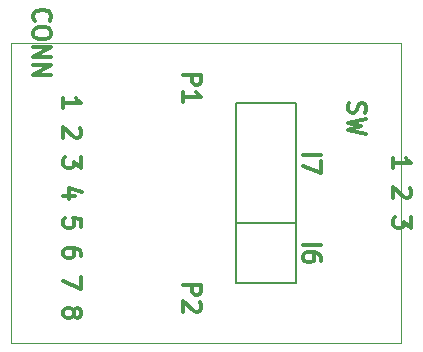
<source format=gbr>
G04 (created by PCBNEW (2013-07-07 BZR 4022)-stable) date 23/07/2014 11:50:33*
%MOIN*%
G04 Gerber Fmt 3.4, Leading zero omitted, Abs format*
%FSLAX34Y34*%
G01*
G70*
G90*
G04 APERTURE LIST*
%ADD10C,0.00590551*%
%ADD11C,0.00787402*%
%ADD12C,0.011811*%
%ADD13C,0.00393701*%
G04 APERTURE END LIST*
G54D10*
G54D11*
X52500Y-57000D02*
X52500Y-61000D01*
X50500Y-57000D02*
X52500Y-57000D01*
X50500Y-63000D02*
X50500Y-57000D01*
X50500Y-61000D02*
X50500Y-63000D01*
X52500Y-61000D02*
X50500Y-61000D01*
X52500Y-63000D02*
X52500Y-61000D01*
X50500Y-63000D02*
X52500Y-63000D01*
G54D12*
X52760Y-58718D02*
X53351Y-58718D01*
X53351Y-58943D02*
X53351Y-59337D01*
X52760Y-59084D01*
X52760Y-61718D02*
X53351Y-61718D01*
X53351Y-62253D02*
X53351Y-62140D01*
X53323Y-62084D01*
X53295Y-62056D01*
X53210Y-62000D01*
X53098Y-61971D01*
X52873Y-61971D01*
X52817Y-62000D01*
X52789Y-62028D01*
X52760Y-62084D01*
X52760Y-62196D01*
X52789Y-62253D01*
X52817Y-62281D01*
X52873Y-62309D01*
X53014Y-62309D01*
X53070Y-62281D01*
X53098Y-62253D01*
X53126Y-62196D01*
X53126Y-62084D01*
X53098Y-62028D01*
X53070Y-62000D01*
X53014Y-61971D01*
X45098Y-63943D02*
X45126Y-63887D01*
X45154Y-63859D01*
X45210Y-63831D01*
X45239Y-63831D01*
X45295Y-63859D01*
X45323Y-63887D01*
X45351Y-63943D01*
X45351Y-64056D01*
X45323Y-64112D01*
X45295Y-64140D01*
X45239Y-64168D01*
X45210Y-64168D01*
X45154Y-64140D01*
X45126Y-64112D01*
X45098Y-64056D01*
X45098Y-63943D01*
X45070Y-63887D01*
X45042Y-63859D01*
X44985Y-63831D01*
X44873Y-63831D01*
X44817Y-63859D01*
X44789Y-63887D01*
X44760Y-63943D01*
X44760Y-64056D01*
X44789Y-64112D01*
X44817Y-64140D01*
X44873Y-64168D01*
X44985Y-64168D01*
X45042Y-64140D01*
X45070Y-64112D01*
X45098Y-64056D01*
X45351Y-62803D02*
X45351Y-63196D01*
X44760Y-62943D01*
X45351Y-62112D02*
X45351Y-62000D01*
X45323Y-61943D01*
X45295Y-61915D01*
X45210Y-61859D01*
X45098Y-61831D01*
X44873Y-61831D01*
X44817Y-61859D01*
X44789Y-61887D01*
X44760Y-61943D01*
X44760Y-62056D01*
X44789Y-62112D01*
X44817Y-62140D01*
X44873Y-62168D01*
X45014Y-62168D01*
X45070Y-62140D01*
X45098Y-62112D01*
X45126Y-62056D01*
X45126Y-61943D01*
X45098Y-61887D01*
X45070Y-61859D01*
X45014Y-61831D01*
X45351Y-61140D02*
X45351Y-60859D01*
X45070Y-60831D01*
X45098Y-60859D01*
X45126Y-60915D01*
X45126Y-61056D01*
X45098Y-61112D01*
X45070Y-61140D01*
X45014Y-61168D01*
X44873Y-61168D01*
X44817Y-61140D01*
X44789Y-61112D01*
X44760Y-61056D01*
X44760Y-60915D01*
X44789Y-60859D01*
X44817Y-60831D01*
X45154Y-60112D02*
X44760Y-60112D01*
X45379Y-59971D02*
X44957Y-59831D01*
X44957Y-60196D01*
X45351Y-58803D02*
X45351Y-59168D01*
X45126Y-58971D01*
X45126Y-59056D01*
X45098Y-59112D01*
X45070Y-59140D01*
X45014Y-59168D01*
X44873Y-59168D01*
X44817Y-59140D01*
X44789Y-59112D01*
X44760Y-59056D01*
X44760Y-58887D01*
X44789Y-58831D01*
X44817Y-58803D01*
X45295Y-57831D02*
X45323Y-57859D01*
X45351Y-57915D01*
X45351Y-58056D01*
X45323Y-58112D01*
X45295Y-58140D01*
X45239Y-58168D01*
X45182Y-58168D01*
X45098Y-58140D01*
X44760Y-57803D01*
X44760Y-58168D01*
X44760Y-57168D02*
X44760Y-56831D01*
X44760Y-57000D02*
X45351Y-57000D01*
X45267Y-56943D01*
X45210Y-56887D01*
X45182Y-56831D01*
X43817Y-54254D02*
X43789Y-54226D01*
X43760Y-54142D01*
X43760Y-54086D01*
X43789Y-54001D01*
X43845Y-53945D01*
X43901Y-53917D01*
X44014Y-53889D01*
X44098Y-53889D01*
X44210Y-53917D01*
X44267Y-53945D01*
X44323Y-54001D01*
X44351Y-54086D01*
X44351Y-54142D01*
X44323Y-54226D01*
X44295Y-54254D01*
X44351Y-54620D02*
X44351Y-54732D01*
X44323Y-54789D01*
X44267Y-54845D01*
X44154Y-54873D01*
X43957Y-54873D01*
X43845Y-54845D01*
X43789Y-54789D01*
X43760Y-54732D01*
X43760Y-54620D01*
X43789Y-54564D01*
X43845Y-54507D01*
X43957Y-54479D01*
X44154Y-54479D01*
X44267Y-54507D01*
X44323Y-54564D01*
X44351Y-54620D01*
X43760Y-55126D02*
X44351Y-55126D01*
X43760Y-55464D01*
X44351Y-55464D01*
X43760Y-55745D02*
X44351Y-55745D01*
X43760Y-56082D01*
X44351Y-56082D01*
X56351Y-60803D02*
X56351Y-61168D01*
X56126Y-60971D01*
X56126Y-61056D01*
X56098Y-61112D01*
X56070Y-61140D01*
X56014Y-61168D01*
X55873Y-61168D01*
X55817Y-61140D01*
X55789Y-61112D01*
X55760Y-61056D01*
X55760Y-60887D01*
X55789Y-60831D01*
X55817Y-60803D01*
X56295Y-59831D02*
X56323Y-59859D01*
X56351Y-59915D01*
X56351Y-60056D01*
X56323Y-60112D01*
X56295Y-60140D01*
X56239Y-60168D01*
X56182Y-60168D01*
X56098Y-60140D01*
X55760Y-59803D01*
X55760Y-60168D01*
X55760Y-59168D02*
X55760Y-58831D01*
X55760Y-59000D02*
X56351Y-59000D01*
X56267Y-58943D01*
X56210Y-58887D01*
X56182Y-58831D01*
X48760Y-63064D02*
X49351Y-63064D01*
X49351Y-63289D01*
X49323Y-63345D01*
X49295Y-63373D01*
X49239Y-63401D01*
X49154Y-63401D01*
X49098Y-63373D01*
X49070Y-63345D01*
X49042Y-63289D01*
X49042Y-63064D01*
X49295Y-63626D02*
X49323Y-63654D01*
X49351Y-63710D01*
X49351Y-63851D01*
X49323Y-63907D01*
X49295Y-63935D01*
X49239Y-63964D01*
X49182Y-63964D01*
X49098Y-63935D01*
X48760Y-63598D01*
X48760Y-63964D01*
X48760Y-56064D02*
X49351Y-56064D01*
X49351Y-56289D01*
X49323Y-56345D01*
X49295Y-56373D01*
X49239Y-56401D01*
X49154Y-56401D01*
X49098Y-56373D01*
X49070Y-56345D01*
X49042Y-56289D01*
X49042Y-56064D01*
X48760Y-56964D02*
X48760Y-56626D01*
X48760Y-56795D02*
X49351Y-56795D01*
X49267Y-56739D01*
X49210Y-56682D01*
X49182Y-56626D01*
X54289Y-56993D02*
X54260Y-57078D01*
X54260Y-57218D01*
X54289Y-57275D01*
X54317Y-57303D01*
X54373Y-57331D01*
X54429Y-57331D01*
X54485Y-57303D01*
X54514Y-57275D01*
X54542Y-57218D01*
X54570Y-57106D01*
X54598Y-57050D01*
X54626Y-57021D01*
X54682Y-56993D01*
X54739Y-56993D01*
X54795Y-57021D01*
X54823Y-57050D01*
X54851Y-57106D01*
X54851Y-57246D01*
X54823Y-57331D01*
X54851Y-57528D02*
X54260Y-57668D01*
X54682Y-57781D01*
X54260Y-57893D01*
X54851Y-58034D01*
G54D13*
X43000Y-65000D02*
X43000Y-55000D01*
X56000Y-65000D02*
X43000Y-65000D01*
X56000Y-55000D02*
X56000Y-65000D01*
X43000Y-55000D02*
X56000Y-55000D01*
M02*

</source>
